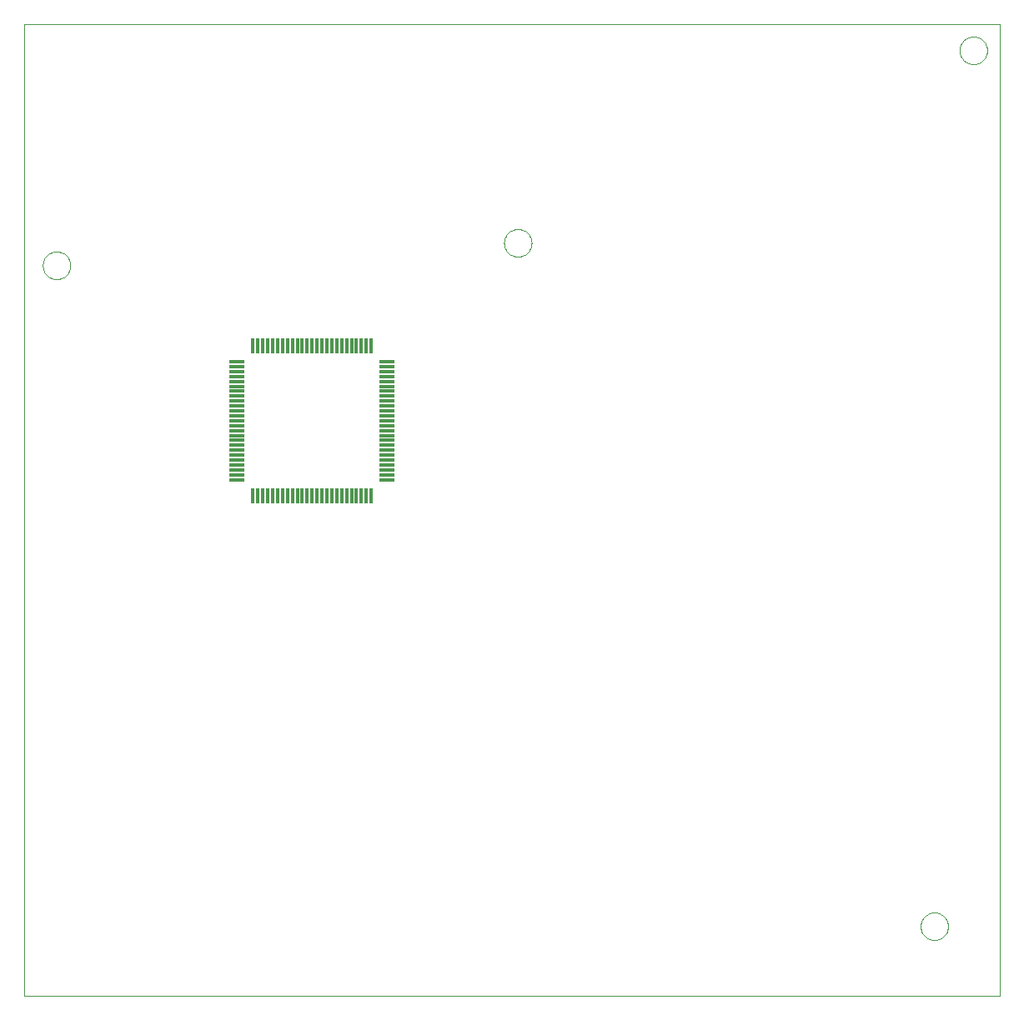
<source format=gtp>
G75*
%MOIN*%
%OFA0B0*%
%FSLAX24Y24*%
%IPPOS*%
%LPD*%
%AMOC8*
5,1,8,0,0,1.08239X$1,22.5*
%
%ADD10C,0.0000*%
%ADD11R,0.0118X0.0630*%
%ADD12R,0.0630X0.0118*%
D10*
X000330Y000180D02*
X000330Y039050D01*
X039322Y039050D01*
X039322Y000180D01*
X000330Y000180D01*
X001067Y029393D02*
X001069Y029440D01*
X001075Y029486D01*
X001085Y029532D01*
X001098Y029577D01*
X001116Y029620D01*
X001137Y029662D01*
X001161Y029702D01*
X001189Y029739D01*
X001220Y029774D01*
X001254Y029807D01*
X001290Y029836D01*
X001329Y029862D01*
X001370Y029885D01*
X001413Y029904D01*
X001457Y029920D01*
X001502Y029932D01*
X001548Y029940D01*
X001595Y029944D01*
X001641Y029944D01*
X001688Y029940D01*
X001734Y029932D01*
X001779Y029920D01*
X001823Y029904D01*
X001866Y029885D01*
X001907Y029862D01*
X001946Y029836D01*
X001982Y029807D01*
X002016Y029774D01*
X002047Y029739D01*
X002075Y029702D01*
X002099Y029662D01*
X002120Y029620D01*
X002138Y029577D01*
X002151Y029532D01*
X002161Y029486D01*
X002167Y029440D01*
X002169Y029393D01*
X002167Y029346D01*
X002161Y029300D01*
X002151Y029254D01*
X002138Y029209D01*
X002120Y029166D01*
X002099Y029124D01*
X002075Y029084D01*
X002047Y029047D01*
X002016Y029012D01*
X001982Y028979D01*
X001946Y028950D01*
X001907Y028924D01*
X001866Y028901D01*
X001823Y028882D01*
X001779Y028866D01*
X001734Y028854D01*
X001688Y028846D01*
X001641Y028842D01*
X001595Y028842D01*
X001548Y028846D01*
X001502Y028854D01*
X001457Y028866D01*
X001413Y028882D01*
X001370Y028901D01*
X001329Y028924D01*
X001290Y028950D01*
X001254Y028979D01*
X001220Y029012D01*
X001189Y029047D01*
X001161Y029084D01*
X001137Y029124D01*
X001116Y029166D01*
X001098Y029209D01*
X001085Y029254D01*
X001075Y029300D01*
X001069Y029346D01*
X001067Y029393D01*
X019504Y030293D02*
X019506Y030340D01*
X019512Y030386D01*
X019522Y030432D01*
X019535Y030477D01*
X019553Y030520D01*
X019574Y030562D01*
X019598Y030602D01*
X019626Y030639D01*
X019657Y030674D01*
X019691Y030707D01*
X019727Y030736D01*
X019766Y030762D01*
X019807Y030785D01*
X019850Y030804D01*
X019894Y030820D01*
X019939Y030832D01*
X019985Y030840D01*
X020032Y030844D01*
X020078Y030844D01*
X020125Y030840D01*
X020171Y030832D01*
X020216Y030820D01*
X020260Y030804D01*
X020303Y030785D01*
X020344Y030762D01*
X020383Y030736D01*
X020419Y030707D01*
X020453Y030674D01*
X020484Y030639D01*
X020512Y030602D01*
X020536Y030562D01*
X020557Y030520D01*
X020575Y030477D01*
X020588Y030432D01*
X020598Y030386D01*
X020604Y030340D01*
X020606Y030293D01*
X020604Y030246D01*
X020598Y030200D01*
X020588Y030154D01*
X020575Y030109D01*
X020557Y030066D01*
X020536Y030024D01*
X020512Y029984D01*
X020484Y029947D01*
X020453Y029912D01*
X020419Y029879D01*
X020383Y029850D01*
X020344Y029824D01*
X020303Y029801D01*
X020260Y029782D01*
X020216Y029766D01*
X020171Y029754D01*
X020125Y029746D01*
X020078Y029742D01*
X020032Y029742D01*
X019985Y029746D01*
X019939Y029754D01*
X019894Y029766D01*
X019850Y029782D01*
X019807Y029801D01*
X019766Y029824D01*
X019727Y029850D01*
X019691Y029879D01*
X019657Y029912D01*
X019626Y029947D01*
X019598Y029984D01*
X019574Y030024D01*
X019553Y030066D01*
X019535Y030109D01*
X019522Y030154D01*
X019512Y030200D01*
X019506Y030246D01*
X019504Y030293D01*
X037717Y037993D02*
X037719Y038040D01*
X037725Y038086D01*
X037735Y038132D01*
X037748Y038177D01*
X037766Y038220D01*
X037787Y038262D01*
X037811Y038302D01*
X037839Y038339D01*
X037870Y038374D01*
X037904Y038407D01*
X037940Y038436D01*
X037979Y038462D01*
X038020Y038485D01*
X038063Y038504D01*
X038107Y038520D01*
X038152Y038532D01*
X038198Y038540D01*
X038245Y038544D01*
X038291Y038544D01*
X038338Y038540D01*
X038384Y038532D01*
X038429Y038520D01*
X038473Y038504D01*
X038516Y038485D01*
X038557Y038462D01*
X038596Y038436D01*
X038632Y038407D01*
X038666Y038374D01*
X038697Y038339D01*
X038725Y038302D01*
X038749Y038262D01*
X038770Y038220D01*
X038788Y038177D01*
X038801Y038132D01*
X038811Y038086D01*
X038817Y038040D01*
X038819Y037993D01*
X038817Y037946D01*
X038811Y037900D01*
X038801Y037854D01*
X038788Y037809D01*
X038770Y037766D01*
X038749Y037724D01*
X038725Y037684D01*
X038697Y037647D01*
X038666Y037612D01*
X038632Y037579D01*
X038596Y037550D01*
X038557Y037524D01*
X038516Y037501D01*
X038473Y037482D01*
X038429Y037466D01*
X038384Y037454D01*
X038338Y037446D01*
X038291Y037442D01*
X038245Y037442D01*
X038198Y037446D01*
X038152Y037454D01*
X038107Y037466D01*
X038063Y037482D01*
X038020Y037501D01*
X037979Y037524D01*
X037940Y037550D01*
X037904Y037579D01*
X037870Y037612D01*
X037839Y037647D01*
X037811Y037684D01*
X037787Y037724D01*
X037766Y037766D01*
X037748Y037809D01*
X037735Y037854D01*
X037725Y037900D01*
X037719Y037946D01*
X037717Y037993D01*
X036154Y002955D02*
X036156Y003002D01*
X036162Y003048D01*
X036172Y003094D01*
X036185Y003139D01*
X036203Y003182D01*
X036224Y003224D01*
X036248Y003264D01*
X036276Y003301D01*
X036307Y003336D01*
X036341Y003369D01*
X036377Y003398D01*
X036416Y003424D01*
X036457Y003447D01*
X036500Y003466D01*
X036544Y003482D01*
X036589Y003494D01*
X036635Y003502D01*
X036682Y003506D01*
X036728Y003506D01*
X036775Y003502D01*
X036821Y003494D01*
X036866Y003482D01*
X036910Y003466D01*
X036953Y003447D01*
X036994Y003424D01*
X037033Y003398D01*
X037069Y003369D01*
X037103Y003336D01*
X037134Y003301D01*
X037162Y003264D01*
X037186Y003224D01*
X037207Y003182D01*
X037225Y003139D01*
X037238Y003094D01*
X037248Y003048D01*
X037254Y003002D01*
X037256Y002955D01*
X037254Y002908D01*
X037248Y002862D01*
X037238Y002816D01*
X037225Y002771D01*
X037207Y002728D01*
X037186Y002686D01*
X037162Y002646D01*
X037134Y002609D01*
X037103Y002574D01*
X037069Y002541D01*
X037033Y002512D01*
X036994Y002486D01*
X036953Y002463D01*
X036910Y002444D01*
X036866Y002428D01*
X036821Y002416D01*
X036775Y002408D01*
X036728Y002404D01*
X036682Y002404D01*
X036635Y002408D01*
X036589Y002416D01*
X036544Y002428D01*
X036500Y002444D01*
X036457Y002463D01*
X036416Y002486D01*
X036377Y002512D01*
X036341Y002541D01*
X036307Y002574D01*
X036276Y002609D01*
X036248Y002646D01*
X036224Y002686D01*
X036203Y002728D01*
X036185Y002771D01*
X036172Y002816D01*
X036162Y002862D01*
X036156Y002908D01*
X036154Y002955D01*
D11*
X014192Y020188D03*
X013995Y020188D03*
X013799Y020188D03*
X013602Y020188D03*
X013405Y020188D03*
X013208Y020188D03*
X013011Y020188D03*
X012814Y020188D03*
X012617Y020188D03*
X012421Y020188D03*
X012224Y020188D03*
X012027Y020188D03*
X011830Y020188D03*
X011633Y020188D03*
X011436Y020188D03*
X011239Y020188D03*
X011043Y020188D03*
X010846Y020188D03*
X010649Y020188D03*
X010452Y020188D03*
X010255Y020188D03*
X010058Y020188D03*
X009861Y020188D03*
X009665Y020188D03*
X009468Y020188D03*
X009468Y026172D03*
X009665Y026172D03*
X009861Y026172D03*
X010058Y026172D03*
X010255Y026172D03*
X010452Y026172D03*
X010649Y026172D03*
X010846Y026172D03*
X011043Y026172D03*
X011239Y026172D03*
X011436Y026172D03*
X011633Y026172D03*
X011830Y026172D03*
X012027Y026172D03*
X012224Y026172D03*
X012421Y026172D03*
X012617Y026172D03*
X012814Y026172D03*
X013011Y026172D03*
X013208Y026172D03*
X013405Y026172D03*
X013602Y026172D03*
X013799Y026172D03*
X013995Y026172D03*
X014192Y026172D03*
D12*
X014822Y025542D03*
X014822Y025345D03*
X014822Y025149D03*
X014822Y024952D03*
X014822Y024755D03*
X014822Y024558D03*
X014822Y024361D03*
X014822Y024164D03*
X014822Y023967D03*
X014822Y023771D03*
X014822Y023574D03*
X014822Y023377D03*
X014822Y023180D03*
X014822Y022983D03*
X014822Y022786D03*
X014822Y022589D03*
X014822Y022393D03*
X014822Y022196D03*
X014822Y021999D03*
X014822Y021802D03*
X014822Y021605D03*
X014822Y021408D03*
X014822Y021211D03*
X014822Y021015D03*
X014822Y020818D03*
X008838Y020818D03*
X008838Y021015D03*
X008838Y021211D03*
X008838Y021408D03*
X008838Y021605D03*
X008838Y021802D03*
X008838Y021999D03*
X008838Y022196D03*
X008838Y022393D03*
X008838Y022589D03*
X008838Y022786D03*
X008838Y022983D03*
X008838Y023180D03*
X008838Y023377D03*
X008838Y023574D03*
X008838Y023771D03*
X008838Y023967D03*
X008838Y024164D03*
X008838Y024361D03*
X008838Y024558D03*
X008838Y024755D03*
X008838Y024952D03*
X008838Y025149D03*
X008838Y025345D03*
X008838Y025542D03*
M02*

</source>
